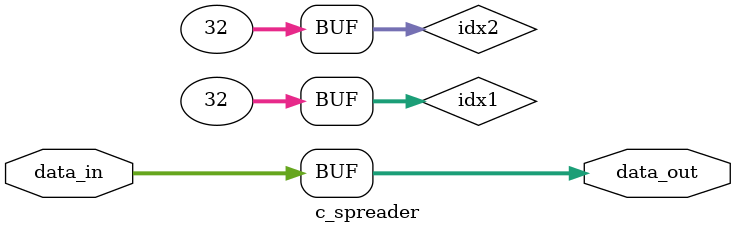
<source format=v>

/*
Copyright (c) 2007-2009, Trustees of The Leland Stanford Junior University
All rights reserved.

Redistribution and use in source and binary forms, with or without modification,
are permitted provided that the following conditions are met:

Redistributions of source code must retain the above copyright notice, this list
of conditions and the following disclaimer.
Redistributions in binary form must reproduce the above copyright notice, this 
list of conditions and the following disclaimer in the documentation and/or 
other materials provided with the distribution.
Neither the name of the Stanford University nor the names of its contributors 
may be used to endorse or promote products derived from this software without 
specific prior written permission.

THIS SOFTWARE IS PROVIDED BY THE COPYRIGHT HOLDERS AND CONTRIBUTORS "AS IS" AND 
ANY EXPRESS OR IMPLIED WARRANTIES, INCLUDING, BUT NOT LIMITED TO, THE IMPLIED 
WARRANTIES OF MERCHANTABILITY AND FITNESS FOR A PARTICULAR PURPOSE ARE 
DISCLAIMED. IN NO EVENT SHALL THE COPYRIGHT OWNER OR CONTRIBUTORS BE LIABLE FOR 
ANY DIRECT, INDIRECT, INCIDENTAL, SPECIAL, EXEMPLARY, OR CONSEQUENTIAL DAMAGES 
(INCLUDING, BUT NOT LIMITED TO, PROCUREMENT OF SUBSTITUTE GOODS OR SERVICES; 
LOSS OF USE, DATA, OR PROFITS; OR BUSINESS INTERRUPTION) HOWEVER CAUSED AND ON 
ANY THEORY OF LIABILITY, WHETHER IN CONTRACT, STRICT LIABILITY, OR TORT 
(INCLUDING NEGLIGENCE OR OTHERWISE) ARISING IN ANY WAY OUT OF THE USE OF THIS 
SOFTWARE, EVEN IF ADVISED OF THE POSSIBILITY OF SUCH DAMAGE.
*/



// spread out bit vector into larger vector, zero-filling any intermediate bits
module c_spreader
  (data_in, data_out);
   
   // width of output data
   parameter width = 32;
   
   // population count function (count ones)
   function integer pop_count(input [0:width-1] argument);
      integer i;
      begin
	 pop_count = 0;
	 for(i = 0; i < width; i = i + 1)
	   pop_count = pop_count + argument[i];
      end
   endfunction
   
   // mask indicating at which positions to put the input vector's bits
   parameter [0:width-1] mask = {width{1'b1}};
   
   // width of input vector
   localparam new_width = pop_count(mask);
   
   // input vector
   input [0:new_width-1] data_in;
   
   // result
   output [0:width-1] data_out;
   reg [0:width-1] data_out;
   
   integer 	   idx1, idx2;
   
   always @(data_in)
     begin
	idx2 = 0;
	for(idx1 = 0; idx1 < width; idx1 = idx1 + 1)
	  if(mask[idx1] == 1'b1)
	    begin
	       data_out[idx1] = data_in[idx2];
	       idx2 = idx2 + 1;
	    end
	  else
	    data_out[idx1] = 1'b0;
     end
   
endmodule

	   

</source>
